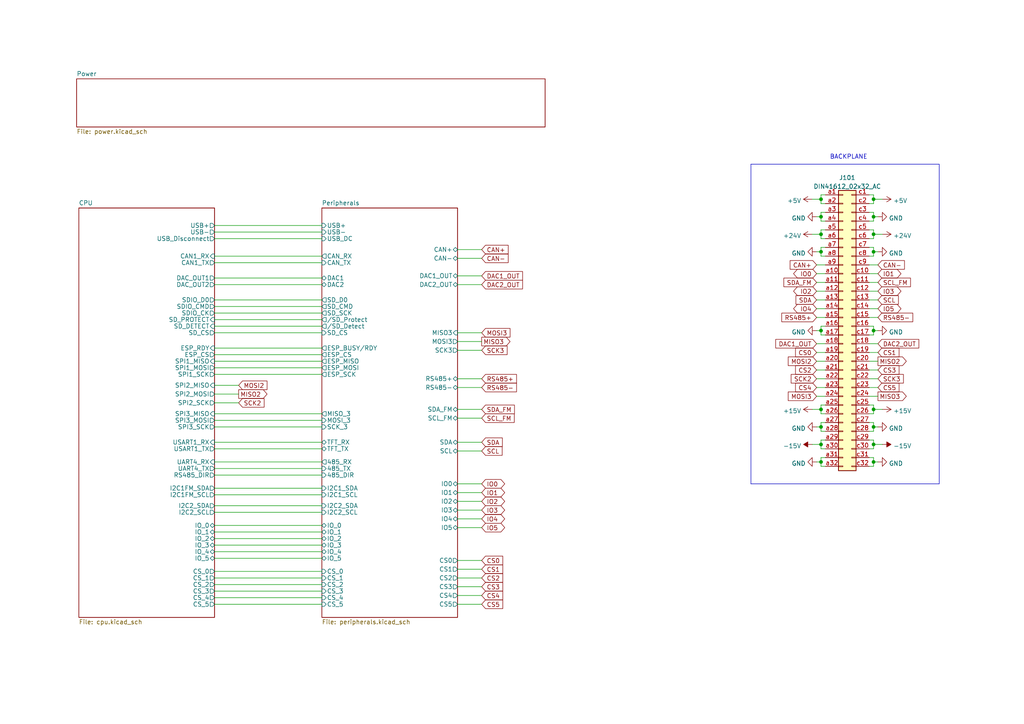
<source format=kicad_sch>
(kicad_sch (version 20230121) (generator eeschema)
  (paper "A4")
  (lib_symbols
    (symbol "Connector:DIN41612_02x32_AC" (pin_names (offset 1.016) hide)
      (property "Reference" "J" (at 1.27 40.64 0))
      (property "Value" "DIN41612_02x32_AC" (at 1.27 -43.18 0))
      (symbol "DIN41612_02x32_AC_1_1"
        (rectangle (start -1.27 -40.513) (end 0 -40.767) (stroke (width 0.1524)))
        (rectangle (start -1.27 -37.973) (end 0 -38.227) (stroke (width 0.1524)))
        (rectangle (start -1.27 -35.433) (end 0 -35.687) (stroke (width 0.1524)))
        (rectangle (start -1.27 -32.893) (end 0 -33.147) (stroke (width 0.1524)))
        (rectangle (start -1.27 -30.353) (end 0 -30.607) (stroke (width 0.1524)))
        (rectangle (start -1.27 -27.813) (end 0 -28.067) (stroke (width 0.1524)))
        (rectangle (start -1.27 -25.273) (end 0 -25.527) (stroke (width 0.1524)))
        (rectangle (start -1.27 -22.733) (end 0 -22.987) (stroke (width 0.1524)))
        (rectangle (start -1.27 -20.193) (end 0 -20.447) (stroke (width 0.1524)))
        (rectangle (start -1.27 -17.653) (end 0 -17.907) (stroke (width 0.1524)))
        (rectangle (start -1.27 -15.113) (end 0 -15.367) (stroke (width 0.1524)))
        (rectangle (start -1.27 -12.573) (end 0 -12.827) (stroke (width 0.1524)))
        (rectangle (start -1.27 -10.033) (end 0 -10.287) (stroke (width 0.1524)))
        (rectangle (start -1.27 -7.493) (end 0 -7.747) (stroke (width 0.1524)))
        (rectangle (start -1.27 -4.953) (end 0 -5.207) (stroke (width 0.1524)))
        (rectangle (start -1.27 -2.413) (end 0 -2.667) (stroke (width 0.1524)))
        (rectangle (start -1.27 0.127) (end 0 -0.127) (stroke (width 0.1524)))
        (rectangle (start -1.27 2.667) (end 0 2.413) (stroke (width 0.1524)))
        (rectangle (start -1.27 5.207) (end 0 4.953) (stroke (width 0.1524)))
        (rectangle (start -1.27 7.747) (end 0 7.493) (stroke (width 0.1524)))
        (rectangle (start -1.27 10.287) (end 0 10.033) (stroke (width 0.1524)))
        (rectangle (start -1.27 12.827) (end 0 12.573) (stroke (width 0.1524)))
        (rectangle (start -1.27 15.367) (end 0 15.113) (stroke (width 0.1524)))
        (rectangle (start -1.27 17.907) (end 0 17.653) (stroke (width 0.1524)))
        (rectangle (start -1.27 20.447) (end 0 20.193) (stroke (width 0.1524)))
        (rectangle (start -1.27 22.987) (end 0 22.733) (stroke (width 0.1524)))
        (rectangle (start -1.27 25.527) (end 0 25.273) (stroke (width 0.1524)))
        (rectangle (start -1.27 28.067) (end 0 27.813) (stroke (width 0.1524)))
        (rectangle (start -1.27 30.607) (end 0 30.353) (stroke (width 0.1524)))
        (rectangle (start -1.27 33.147) (end 0 32.893) (stroke (width 0.1524)))
        (rectangle (start -1.27 35.687) (end 0 35.433) (stroke (width 0.1524)))
        (rectangle (start -1.27 38.227) (end 0 37.973) (stroke (width 0.1524)))
        (rectangle (start -1.27 39.37) (end 3.81 -41.91) (stroke (width 0.254)) (fill (type background)))
        (rectangle (start 3.81 -40.513) (end 2.54 -40.767) (stroke (width 0.1524)))
        (rectangle (start 3.81 -37.973) (end 2.54 -38.227) (stroke (width 0.1524)))
        (rectangle (start 3.81 -35.433) (end 2.54 -35.687) (stroke (width 0.1524)))
        (rectangle (start 3.81 -32.893) (end 2.54 -33.147) (stroke (width 0.1524)))
        (rectangle (start 3.81 -30.353) (end 2.54 -30.607) (stroke (width 0.1524)))
        (rectangle (start 3.81 -27.813) (end 2.54 -28.067) (stroke (width 0.1524)))
        (rectangle (start 3.81 -25.273) (end 2.54 -25.527) (stroke (width 0.1524)))
        (rectangle (start 3.81 -22.733) (end 2.54 -22.987) (stroke (width 0.1524)))
        (rectangle (start 3.81 -20.193) (end 2.54 -20.447) (stroke (width 0.1524)))
        (rectangle (start 3.81 -17.653) (end 2.54 -17.907) (stroke (width 0.1524)))
        (rectangle (start 3.81 -15.113) (end 2.54 -15.367) (stroke (width 0.1524)))
        (rectangle (start 3.81 -12.573) (end 2.54 -12.827) (stroke (width 0.1524)))
        (rectangle (start 3.81 -10.033) (end 2.54 -10.287) (stroke (width 0.1524)))
        (rectangle (start 3.81 -7.493) (end 2.54 -7.747) (stroke (width 0.1524)))
        (rectangle (start 3.81 -4.953) (end 2.54 -5.207) (stroke (width 0.1524)))
        (rectangle (start 3.81 -2.413) (end 2.54 -2.667) (stroke (width 0.1524)))
        (rectangle (start 3.81 0.127) (end 2.54 -0.127) (stroke (width 0.1524)))
        (rectangle (start 3.81 2.667) (end 2.54 2.413) (stroke (width 0.1524)))
        (rectangle (start 3.81 5.207) (end 2.54 4.953) (stroke (width 0.1524)))
        (rectangle (start 3.81 7.747) (end 2.54 7.493) (stroke (width 0.1524)))
        (rectangle (start 3.81 10.287) (end 2.54 10.033) (stroke (width 0.1524)))
        (rectangle (start 3.81 12.827) (end 2.54 12.573) (stroke (width 0.1524)))
        (rectangle (start 3.81 15.367) (end 2.54 15.113) (stroke (width 0.1524)))
        (rectangle (start 3.81 17.907) (end 2.54 17.653) (stroke (width 0.1524)))
        (rectangle (start 3.81 20.447) (end 2.54 20.193) (stroke (width 0.1524)))
        (rectangle (start 3.81 22.987) (end 2.54 22.733) (stroke (width 0.1524)))
        (rectangle (start 3.81 25.527) (end 2.54 25.273) (stroke (width 0.1524)))
        (rectangle (start 3.81 28.067) (end 2.54 27.813) (stroke (width 0.1524)))
        (rectangle (start 3.81 30.607) (end 2.54 30.353) (stroke (width 0.1524)))
        (rectangle (start 3.81 33.147) (end 2.54 32.893) (stroke (width 0.1524)))
        (rectangle (start 3.81 35.687) (end 2.54 35.433) (stroke (width 0.1524)))
        (rectangle (start 3.81 38.227) (end 2.54 37.973) (stroke (width 0.1524)))
        (pin passive line (at -5.08 38.1 0) (length 3.81) (name "Pin_a1") (number "a1"))
        (pin passive line (at -5.08 15.24 0) (length 3.81) (name "Pin_a10") (number "a10"))
        (pin passive line (at -5.08 12.7 0) (length 3.81) (name "Pin_a11") (number "a11"))
        (pin passive line (at -5.08 10.16 0) (length 3.81) (name "Pin_a12") (number "a12"))
        (pin passive line (at -5.08 7.62 0) (length 3.81) (name "Pin_a13") (number "a13"))
        (pin passive line (at -5.08 5.08 0) (length 3.81) (name "Pin_a14") (number "a14"))
        (pin passive line (at -5.08 2.54 0) (length 3.81) (name "Pin_a15") (number "a15"))
        (pin passive line (at -5.08 0 0) (length 3.81) (name "Pin_a16") (number "a16"))
        (pin passive line (at -5.08 -2.54 0) (length 3.81) (name "Pin_a17") (number "a17"))
        (pin passive line (at -5.08 -5.08 0) (length 3.81) (name "Pin_a18") (number "a18"))
        (pin passive line (at -5.08 -7.62 0) (length 3.81) (name "Pin_a19") (number "a19"))
        (pin passive line (at -5.08 35.56 0) (length 3.81) (name "Pin_a2") (number "a2"))
        (pin passive line (at -5.08 -10.16 0) (length 3.81) (name "Pin_a20") (number "a20"))
        (pin passive line (at -5.08 -12.7 0) (length 3.81) (name "Pin_a21") (number "a21"))
        (pin passive line (at -5.08 -15.24 0) (length 3.81) (name "Pin_a22") (number "a22"))
        (pin passive line (at -5.08 -17.78 0) (length 3.81) (name "Pin_a23") (number "a23"))
        (pin passive line (at -5.08 -20.32 0) (length 3.81) (name "Pin_a24") (number "a24"))
        (pin passive line (at -5.08 -22.86 0) (length 3.81) (name "Pin_a25") (number "a25"))
        (pin passive line (at -5.08 -25.4 0) (length 3.81) (name "Pin_a26") (number "a26"))
        (pin passive line (at -5.08 -27.94 0) (length 3.81) (name "Pin_a27") (number "a27"))
        (pin passive line (at -5.08 -30.48 0) (length 3.81) (name "Pin_a28") (number "a28"))
        (pin passive line (at -5.08 -33.02 0) (length 3.81) (name "Pin_a29") (number "a29"))
        (pin passive line (at -5.08 33.02 0) (length 3.81) (name "Pin_a3") (number "a3"))
        (pin passive line (at -5.08 -35.56 0) (length 3.81) (name "Pin_a30") (number "a30"))
        (pin passive line (at -5.08 -38.1 0) (length 3.81) (name "Pin_a31") (number "a31"))
        (pin passive line (at -5.08 -40.64 0) (length 3.81) (name "Pin_a32") (number "a32"))
        (pin passive line (at -5.08 30.48 0) (length 3.81) (name "Pin_a4") (number "a4"))
        (pin passive line (at -5.08 27.94 0) (length 3.81) (name "Pin_a5") (number "a5"))
        (pin passive line (at -5.08 25.4 0) (length 3.81) (name "Pin_a6") (number "a6"))
        (pin passive line (at -5.08 22.86 0) (length 3.81) (name "Pin_a7") (number "a7"))
        (pin passive line (at -5.08 20.32 0) (length 3.81) (name "Pin_a8") (number "a8"))
        (pin passive line (at -5.08 17.78 0) (length 3.81) (name "Pin_a9") (number "a9"))
        (pin passive line (at 7.62 38.1 180) (length 3.81) (name "Pin_c1") (number "c1"))
        (pin passive line (at 7.62 15.24 180) (length 3.81) (name "Pin_c10") (number "c10"))
        (pin passive line (at 7.62 12.7 180) (length 3.81) (name "Pin_c11") (number "c11"))
        (pin passive line (at 7.62 10.16 180) (length 3.81) (name "Pin_c12") (number "c12"))
        (pin passive line (at 7.62 7.62 180) (length 3.81) (name "Pin_c13") (number "c13"))
        (pin passive line (at 7.62 5.08 180) (length 3.81) (name "Pin_c14") (number "c14"))
        (pin passive line (at 7.62 2.54 180) (length 3.81) (name "Pin_c15") (number "c15"))
        (pin passive line (at 7.62 0 180) (length 3.81) (name "Pin_c16") (number "c16"))
        (pin passive line (at 7.62 -2.54 180) (length 3.81) (name "Pin_c17") (number "c17"))
        (pin passive line (at 7.62 -5.08 180) (length 3.81) (name "Pin_c18") (number "c18"))
        (pin passive line (at 7.62 -7.62 180) (length 3.81) (name "Pin_c19") (number "c19"))
        (pin passive line (at 7.62 35.56 180) (length 3.81) (name "Pin_c2") (number "c2"))
        (pin passive line (at 7.62 -10.16 180) (length 3.81) (name "Pin_c20") (number "c20"))
        (pin passive line (at 7.62 -12.7 180) (length 3.81) (name "Pin_c21") (number "c21"))
        (pin passive line (at 7.62 -15.24 180) (length 3.81) (name "Pin_c22") (number "c22"))
        (pin passive line (at 7.62 -17.78 180) (length 3.81) (name "Pin_c23") (number "c23"))
        (pin passive line (at 7.62 -20.32 180) (length 3.81) (name "Pin_c24") (number "c24"))
        (pin passive line (at 7.62 -22.86 180) (length 3.81) (name "Pin_c25") (number "c25"))
        (pin passive line (at 7.62 -25.4 180) (length 3.81) (name "Pin_c26") (number "c26"))
        (pin passive line (at 7.62 -27.94 180) (length 3.81) (name "Pin_c27") (number "c27"))
        (pin passive line (at 7.62 -30.48 180) (length 3.81) (name "Pin_c28") (number "c28"))
        (pin passive line (at 7.62 -33.02 180) (length 3.81) (name "Pin_c29") (number "c29"))
        (pin passive line (at 7.62 33.02 180) (length 3.81) (name "Pin_c3") (number "c3"))
        (pin passive line (at 7.62 -35.56 180) (length 3.81) (name "Pin_c30") (number "c30"))
        (pin passive line (at 7.62 -38.1 180) (length 3.81) (name "Pin_c31") (number "c31"))
        (pin passive line (at 7.62 -40.64 180) (length 3.81) (name "Pin_c32") (number "c32"))
        (pin passive line (at 7.62 30.48 180) (length 3.81) (name "Pin_c4") (number "c4"))
        (pin passive line (at 7.62 27.94 180) (length 3.81) (name "Pin_c5") (number "c5"))
        (pin passive line (at 7.62 25.4 180) (length 3.81) (name "Pin_c6") (number "c6"))
        (pin passive line (at 7.62 22.86 180) (length 3.81) (name "Pin_c7") (number "c7"))
        (pin passive line (at 7.62 20.32 180) (length 3.81) (name "Pin_c8") (number "c8"))
        (pin passive line (at 7.62 17.78 180) (length 3.81) (name "Pin_c9") (number "c9"))
      )
    )
    (symbol "power:+15V" (power) (pin_names (offset 0))
      (property "Value" "+15V" (at 0 3.556 0))
      (symbol "+15V_0_1"
        (polyline (pts (xy -0.762 1.27) (xy 0 2.54)))
        (polyline (pts (xy 0 0) (xy 0 2.54)))
        (polyline (pts (xy 0 2.54) (xy 0.762 1.27)))
      )
      (symbol "+15V_1_1"
        (pin power_in line (at 0 0 90) (length 0) hide (name "+15V") (number "1"))
      )
    )
    (symbol "power:+24V" (power) (pin_names (offset 0))
      (property "Value" "+24V" (at 0 3.556 0))
      (symbol "+24V_0_1"
        (polyline (pts (xy -0.762 1.27) (xy 0 2.54)))
        (polyline (pts (xy 0 0) (xy 0 2.54)))
        (polyline (pts (xy 0 2.54) (xy 0.762 1.27)))
      )
      (symbol "+24V_1_1"
        (pin power_in line (at 0 0 90) (length 0) hide (name "+24V") (number "1"))
      )
    )
    (symbol "power:+5V" (power) (pin_names (offset 0))
      (property "Value" "+5V" (at 0 3.556 0))
      (symbol "+5V_0_1"
        (polyline (pts (xy -0.762 1.27) (xy 0 2.54)))
        (polyline (pts (xy 0 0) (xy 0 2.54)))
        (polyline (pts (xy 0 2.54) (xy 0.762 1.27)))
      )
      (symbol "+5V_1_1"
        (pin power_in line (at 0 0 90) (length 0) hide (name "+5V") (number "1"))
      )
    )
    (symbol "power:-15V" (power) (pin_names (offset 0))
      (property "Value" "-15V" (at 0 3.81 0))
      (symbol "-15V_0_0"
        (pin power_in line (at 0 0 90) (length 0) hide (name "-15V") (number "1"))
      )
      (symbol "-15V_0_1"
        (polyline (pts (xy 0 0) (xy 0 1.27) (xy 0.762 1.27) (xy 0 2.54) (xy -0.762 1.27) (xy 0 1.27)) (fill (type outline)))
      )
    )
    (symbol "power:GND" (power) (pin_names (offset 0))
      (property "Value" "GND" (at 0 -3.81 0))
      (symbol "GND_0_1"
        (polyline (pts (xy 0 0) (xy 0 -1.27) (xy 1.27 -1.27) (xy 0 -2.54) (xy -1.27 -1.27) (xy 0 -1.27)))
      )
      (symbol "GND_1_1"
        (pin power_in line (at 0 0 270) (length 0) hide (name "GND") (number "1"))
      )
    )
  )
  (junction (at 238.125 118.745))
  (junction (at 238.125 57.785))
  (junction (at 253.365 118.745))
  (junction (at 238.125 95.885))
  (junction (at 253.365 57.785))
  (junction (at 253.365 67.945))
  (junction (at 253.365 95.885))
  (junction (at 253.365 133.985))
  (junction (at 253.365 128.905))
  (junction (at 253.365 62.865))
  (junction (at 238.125 62.865))
  (junction (at 253.365 123.825))
  (junction (at 253.365 73.025))
  (junction (at 238.125 133.985))
  (junction (at 238.125 123.825))
  (junction (at 238.125 128.905))
  (junction (at 238.125 67.945))
  (junction (at 238.125 73.025))
  (wire (pts (xy 236.855 62.865) (xy 238.125 62.865)))
  (wire (pts (xy 235.585 67.945) (xy 238.125 67.945)))
  (wire (pts (xy 238.125 95.885) (xy 238.125 94.615)))
  (wire (pts (xy 132.715 175.26) (xy 139.7 175.26)))
  (wire (pts (xy 239.395 120.015) (xy 238.125 120.015)))
  (wire (pts (xy 238.125 132.715) (xy 239.395 132.715)))
  (wire (pts (xy 62.23 165.735) (xy 93.345 165.735)))
  (wire (pts (xy 253.365 128.905) (xy 255.905 128.905)))
  (wire (pts (xy 132.715 101.6) (xy 139.7 101.6)))
  (wire (pts (xy 252.095 112.395) (xy 254.635 112.395)))
  (wire (pts (xy 236.855 86.995) (xy 239.395 86.995)))
  (wire (pts (xy 62.23 148.59) (xy 93.345 148.59)))
  (wire (pts (xy 252.095 102.235) (xy 254.635 102.235)))
  (wire (pts (xy 253.365 127.635) (xy 253.365 128.905)))
  (wire (pts (xy 238.125 94.615) (xy 239.395 94.615)))
  (wire (pts (xy 62.23 92.71) (xy 93.345 92.71)))
  (wire (pts (xy 62.23 120.015) (xy 93.345 120.015)))
  (wire (pts (xy 236.855 81.915) (xy 239.395 81.915)))
  (wire (pts (xy 132.715 150.495) (xy 139.7 150.495)))
  (wire (pts (xy 132.715 130.81) (xy 139.7 130.81)))
  (wire (pts (xy 238.125 130.175) (xy 239.395 130.175)))
  (wire (pts (xy 62.23 158.115) (xy 93.345 158.115)))
  (wire (pts (xy 239.395 97.155) (xy 238.125 97.155)))
  (wire (pts (xy 62.23 65.405) (xy 93.345 65.405)))
  (wire (pts (xy 132.715 147.955) (xy 139.7 147.955)))
  (wire (pts (xy 239.395 127.635) (xy 238.125 127.635)))
  (wire (pts (xy 253.365 64.135) (xy 252.095 64.135)))
  (wire (pts (xy 238.125 57.785) (xy 238.125 59.055)))
  (wire (pts (xy 132.715 96.52) (xy 139.7 96.52)))
  (wire (pts (xy 239.395 135.255) (xy 238.125 135.255)))
  (wire (pts (xy 253.365 57.785) (xy 255.905 57.785)))
  (wire (pts (xy 239.395 64.135) (xy 238.125 64.135)))
  (wire (pts (xy 132.715 172.72) (xy 139.7 172.72)))
  (polyline (pts (xy 217.805 140.335) (xy 272.415 140.335)))
  (wire (pts (xy 236.855 92.075) (xy 239.395 92.075)))
  (wire (pts (xy 253.365 118.745) (xy 255.905 118.745)))
  (wire (pts (xy 238.125 67.945) (xy 238.125 69.215)))
  (wire (pts (xy 253.365 61.595) (xy 253.365 62.865)))
  (wire (pts (xy 253.365 71.755) (xy 253.365 73.025)))
  (wire (pts (xy 62.23 152.4) (xy 93.345 152.4)))
  (wire (pts (xy 252.095 69.215) (xy 253.365 69.215)))
  (wire (pts (xy 62.23 123.825) (xy 93.345 123.825)))
  (wire (pts (xy 235.585 128.905) (xy 238.125 128.905)))
  (wire (pts (xy 132.715 162.56) (xy 139.7 162.56)))
  (wire (pts (xy 132.715 80.01) (xy 139.7 80.01)))
  (wire (pts (xy 238.125 62.865) (xy 238.125 61.595)))
  (wire (pts (xy 236.855 73.025) (xy 238.125 73.025)))
  (wire (pts (xy 252.095 120.015) (xy 253.365 120.015)))
  (wire (pts (xy 253.365 117.475) (xy 253.365 118.745)))
  (wire (pts (xy 252.095 92.075) (xy 254.635 92.075)))
  (wire (pts (xy 236.855 107.315) (xy 239.395 107.315)))
  (polyline (pts (xy 217.805 47.625) (xy 217.805 140.335)))
  (wire (pts (xy 62.23 167.64) (xy 93.345 167.64)))
  (wire (pts (xy 62.23 146.685) (xy 93.345 146.685)))
  (wire (pts (xy 239.395 56.515) (xy 238.125 56.515)))
  (wire (pts (xy 62.23 67.31) (xy 93.345 67.31)))
  (wire (pts (xy 253.365 59.055) (xy 253.365 57.785)))
  (wire (pts (xy 238.125 64.135) (xy 238.125 62.865)))
  (wire (pts (xy 252.095 81.915) (xy 254.635 81.915)))
  (wire (pts (xy 252.095 84.455) (xy 254.635 84.455)))
  (wire (pts (xy 235.585 57.785) (xy 238.125 57.785)))
  (wire (pts (xy 253.365 62.865) (xy 254.635 62.865)))
  (wire (pts (xy 238.125 97.155) (xy 238.125 95.885)))
  (wire (pts (xy 252.095 109.855) (xy 254.635 109.855)))
  (wire (pts (xy 62.23 160.02) (xy 93.345 160.02)))
  (wire (pts (xy 132.715 99.06) (xy 139.7 99.06)))
  (wire (pts (xy 236.855 95.885) (xy 238.125 95.885)))
  (wire (pts (xy 238.125 117.475) (xy 238.125 118.745)))
  (wire (pts (xy 236.855 79.375) (xy 239.395 79.375)))
  (wire (pts (xy 253.365 123.825) (xy 254.635 123.825)))
  (wire (pts (xy 253.365 123.825) (xy 253.365 125.095)))
  (wire (pts (xy 252.095 79.375) (xy 254.635 79.375)))
  (wire (pts (xy 62.23 137.795) (xy 93.345 137.795)))
  (wire (pts (xy 252.095 130.175) (xy 253.365 130.175)))
  (wire (pts (xy 238.125 73.025) (xy 238.125 71.755)))
  (wire (pts (xy 62.23 141.605) (xy 93.345 141.605)))
  (wire (pts (xy 253.365 135.255) (xy 252.095 135.255)))
  (wire (pts (xy 62.23 133.985) (xy 93.345 133.985)))
  (wire (pts (xy 62.23 171.45) (xy 93.345 171.45)))
  (wire (pts (xy 253.365 73.025) (xy 253.365 74.295)))
  (wire (pts (xy 253.365 66.675) (xy 253.365 67.945)))
  (wire (pts (xy 253.365 94.615) (xy 252.095 94.615)))
  (wire (pts (xy 62.23 154.305) (xy 93.345 154.305)))
  (wire (pts (xy 253.365 133.985) (xy 254.635 133.985)))
  (wire (pts (xy 235.585 118.745) (xy 238.125 118.745)))
  (wire (pts (xy 253.365 67.945) (xy 255.905 67.945)))
  (wire (pts (xy 238.125 125.095) (xy 238.125 123.825)))
  (wire (pts (xy 62.23 88.9) (xy 93.345 88.9)))
  (wire (pts (xy 62.23 80.645) (xy 93.345 80.645)))
  (wire (pts (xy 62.23 161.925) (xy 93.345 161.925)))
  (wire (pts (xy 236.855 112.395) (xy 239.395 112.395)))
  (wire (pts (xy 252.095 61.595) (xy 253.365 61.595)))
  (wire (pts (xy 236.855 123.825) (xy 238.125 123.825)))
  (wire (pts (xy 62.23 74.295) (xy 93.345 74.295)))
  (wire (pts (xy 132.715 72.39) (xy 139.7 72.39)))
  (wire (pts (xy 252.095 117.475) (xy 253.365 117.475)))
  (wire (pts (xy 253.365 95.885) (xy 253.365 94.615)))
  (wire (pts (xy 252.095 59.055) (xy 253.365 59.055)))
  (wire (pts (xy 62.23 106.68) (xy 93.345 106.68)))
  (wire (pts (xy 62.23 82.55) (xy 93.345 82.55)))
  (polyline (pts (xy 272.415 140.335) (xy 272.415 47.625)))
  (wire (pts (xy 132.715 140.335) (xy 139.7 140.335)))
  (wire (pts (xy 132.715 128.27) (xy 139.7 128.27)))
  (wire (pts (xy 132.715 142.875) (xy 139.7 142.875)))
  (wire (pts (xy 132.715 145.415) (xy 139.7 145.415)))
  (wire (pts (xy 62.23 128.27) (xy 93.345 128.27)))
  (wire (pts (xy 253.365 95.885) (xy 254.635 95.885)))
  (wire (pts (xy 238.125 133.985) (xy 238.125 132.715)))
  (wire (pts (xy 252.095 114.935) (xy 254.635 114.935)))
  (wire (pts (xy 253.365 133.985) (xy 253.365 135.255)))
  (wire (pts (xy 238.125 71.755) (xy 239.395 71.755)))
  (wire (pts (xy 252.095 76.835) (xy 254.635 76.835)))
  (wire (pts (xy 238.125 135.255) (xy 238.125 133.985)))
  (wire (pts (xy 62.23 156.21) (xy 93.345 156.21)))
  (wire (pts (xy 238.125 118.745) (xy 238.125 120.015)))
  (wire (pts (xy 62.23 100.965) (xy 93.345 100.965)))
  (wire (pts (xy 252.095 66.675) (xy 253.365 66.675)))
  (wire (pts (xy 238.125 69.215) (xy 239.395 69.215)))
  (wire (pts (xy 236.855 109.855) (xy 239.395 109.855)))
  (wire (pts (xy 239.395 74.295) (xy 238.125 74.295)))
  (wire (pts (xy 62.23 104.775) (xy 93.345 104.775)))
  (wire (pts (xy 236.855 133.985) (xy 238.125 133.985)))
  (wire (pts (xy 238.125 123.825) (xy 238.125 122.555)))
  (wire (pts (xy 132.715 82.55) (xy 139.7 82.55)))
  (wire (pts (xy 253.365 128.905) (xy 253.365 130.175)))
  (wire (pts (xy 238.125 122.555) (xy 239.395 122.555)))
  (wire (pts (xy 132.715 121.285) (xy 139.7 121.285)))
  (wire (pts (xy 132.715 118.745) (xy 139.7 118.745)))
  (wire (pts (xy 238.125 59.055) (xy 239.395 59.055)))
  (wire (pts (xy 62.23 175.26) (xy 93.345 175.26)))
  (wire (pts (xy 62.23 116.84) (xy 69.215 116.84)))
  (wire (pts (xy 236.855 89.535) (xy 239.395 89.535)))
  (wire (pts (xy 62.23 173.355) (xy 93.345 173.355)))
  (wire (pts (xy 252.095 97.155) (xy 253.365 97.155)))
  (wire (pts (xy 132.715 74.93) (xy 139.7 74.93)))
  (wire (pts (xy 252.095 89.535) (xy 254.635 89.535)))
  (wire (pts (xy 253.365 97.155) (xy 253.365 95.885)))
  (wire (pts (xy 62.23 86.995) (xy 93.345 86.995)))
  (wire (pts (xy 132.715 165.1) (xy 139.7 165.1)))
  (wire (pts (xy 238.125 128.905) (xy 238.125 130.175)))
  (wire (pts (xy 252.095 56.515) (xy 253.365 56.515)))
  (wire (pts (xy 252.095 127.635) (xy 253.365 127.635)))
  (wire (pts (xy 236.855 76.835) (xy 239.395 76.835)))
  (wire (pts (xy 132.715 167.64) (xy 139.7 167.64)))
  (wire (pts (xy 238.125 74.295) (xy 238.125 73.025)))
  (wire (pts (xy 239.395 66.675) (xy 238.125 66.675)))
  (wire (pts (xy 62.23 169.545) (xy 93.345 169.545)))
  (wire (pts (xy 62.23 114.3) (xy 69.215 114.3)))
  (wire (pts (xy 253.365 125.095) (xy 252.095 125.095)))
  (polyline (pts (xy 217.805 47.625) (xy 272.415 47.625)))
  (wire (pts (xy 253.365 73.025) (xy 254.635 73.025)))
  (wire (pts (xy 239.395 117.475) (xy 238.125 117.475)))
  (wire (pts (xy 62.23 130.175) (xy 93.345 130.175)))
  (wire (pts (xy 238.125 61.595) (xy 239.395 61.595)))
  (wire (pts (xy 236.855 84.455) (xy 239.395 84.455)))
  (wire (pts (xy 62.23 111.76) (xy 69.215 111.76)))
  (wire (pts (xy 238.125 66.675) (xy 238.125 67.945)))
  (wire (pts (xy 62.23 135.89) (xy 93.345 135.89)))
  (wire (pts (xy 132.715 153.035) (xy 139.7 153.035)))
  (wire (pts (xy 252.095 132.715) (xy 253.365 132.715)))
  (wire (pts (xy 252.095 99.695) (xy 254.635 99.695)))
  (wire (pts (xy 62.23 108.585) (xy 93.345 108.585)))
  (wire (pts (xy 252.095 104.775) (xy 254.635 104.775)))
  (wire (pts (xy 62.23 69.215) (xy 93.345 69.215)))
  (wire (pts (xy 252.095 71.755) (xy 253.365 71.755)))
  (wire (pts (xy 236.855 102.235) (xy 239.395 102.235)))
  (wire (pts (xy 62.23 76.2) (xy 93.345 76.2)))
  (wire (pts (xy 236.855 104.775) (xy 239.395 104.775)))
  (wire (pts (xy 132.715 112.395) (xy 139.7 112.395)))
  (wire (pts (xy 253.365 74.295) (xy 252.095 74.295)))
  (wire (pts (xy 252.095 86.995) (xy 254.635 86.995)))
  (wire (pts (xy 252.095 122.555) (xy 253.365 122.555)))
  (wire (pts (xy 253.365 67.945) (xy 253.365 69.215)))
  (wire (pts (xy 238.125 127.635) (xy 238.125 128.905)))
  (wire (pts (xy 62.23 90.805) (xy 93.345 90.805)))
  (wire (pts (xy 62.23 102.87) (xy 93.345 102.87)))
  (wire (pts (xy 253.365 118.745) (xy 253.365 120.015)))
  (wire (pts (xy 253.365 132.715) (xy 253.365 133.985)))
  (wire (pts (xy 253.365 57.785) (xy 253.365 56.515)))
  (wire (pts (xy 132.715 170.18) (xy 139.7 170.18)))
  (wire (pts (xy 62.23 94.615) (xy 93.345 94.615)))
  (wire (pts (xy 132.715 109.855) (xy 139.7 109.855)))
  (wire (pts (xy 253.365 122.555) (xy 253.365 123.825)))
  (wire (pts (xy 62.23 96.52) (xy 93.345 96.52)))
  (wire (pts (xy 62.23 121.92) (xy 93.345 121.92)))
  (wire (pts (xy 238.125 56.515) (xy 238.125 57.785)))
  (wire (pts (xy 239.395 125.095) (xy 238.125 125.095)))
  (wire (pts (xy 236.855 114.935) (xy 239.395 114.935)))
  (wire (pts (xy 253.365 62.865) (xy 253.365 64.135)))
  (wire (pts (xy 252.095 107.315) (xy 254.635 107.315)))
  (wire (pts (xy 236.855 99.695) (xy 239.395 99.695)))
  (wire (pts (xy 62.23 143.51) (xy 93.345 143.51)))
  (text "BACKPLANE" (at 240.665 46.355 0) (effects (font (size 1.27 1.27)) (justify left bottom)))
  (global_label "CS5" (shape input) (at 139.7 175.26 0) (property "Intersheetrefs" "${INTERSHEET_REFS}" (effects hide)))
  (global_label "IO5" (shape bidirectional) (at 139.7 153.035 0) (property "Intersheetrefs" "${INTERSHEET_REFS}" (effects hide)))
  (global_label "MOSI2" (shape input) (at 69.215 111.76 0) (property "Intersheetrefs" "${INTERSHEET_REFS}" (effects hide)))
  (global_label "MISO3" (shape output) (at 139.7 99.06 0) (property "Intersheetrefs" "${INTERSHEET_REFS}" (effects hide)))
  (global_label "CAN+" (shape input) (at 236.855 76.835 180) (property "Intersheetrefs" "${INTERSHEET_REFS}" (effects hide)))
  (global_label "CAN-" (shape input) (at 139.7 74.93 0) (property "Intersheetrefs" "${INTERSHEET_REFS}" (effects hide)))
  (global_label "RS485+" (shape input) (at 139.7 109.855 0) (property "Intersheetrefs" "${INTERSHEET_REFS}" (effects hide)))
  (global_label "RS485-" (shape input) (at 254.635 92.075 0) (property "Intersheetrefs" "${INTERSHEET_REFS}" (effects hide)))
  (global_label "SDA_FM" (shape input) (at 236.855 81.915 180) (property "Intersheetrefs" "${INTERSHEET_REFS}" (effects hide)))
  (global_label "CS1" (shape input) (at 254.635 102.235 0) (property "Intersheetrefs" "${INTERSHEET_REFS}" (effects hide)))
  (global_label "SCL_FM" (shape input) (at 254.635 81.915 0) (property "Intersheetrefs" "${INTERSHEET_REFS}" (effects hide)))
  (global_label "IO1" (shape bidirectional) (at 139.7 142.875 0) (property "Intersheetrefs" "${INTERSHEET_REFS}" (effects hide)))
  (global_label "RS485+" (shape input) (at 236.855 92.075 180) (property "Intersheetrefs" "${INTERSHEET_REFS}" (effects hide)))
  (global_label "MOSI2" (shape input) (at 236.855 104.775 180) (property "Intersheetrefs" "${INTERSHEET_REFS}" (effects hide)))
  (global_label "CS4" (shape input) (at 139.7 172.72 0) (property "Intersheetrefs" "${INTERSHEET_REFS}" (effects hide)))
  (global_label "CS3" (shape input) (at 254.635 107.315 0) (property "Intersheetrefs" "${INTERSHEET_REFS}" (effects hide)))
  (global_label "IO2" (shape bidirectional) (at 139.7 145.415 0) (property "Intersheetrefs" "${INTERSHEET_REFS}" (effects hide)))
  (global_label "SCL_FM" (shape input) (at 139.7 121.285 0) (property "Intersheetrefs" "${INTERSHEET_REFS}" (effects hide)))
  (global_label "CS4" (shape input) (at 236.855 112.395 180) (property "Intersheetrefs" "${INTERSHEET_REFS}" (effects hide)))
  (global_label "IO3" (shape bidirectional) (at 139.7 147.955 0) (property "Intersheetrefs" "${INTERSHEET_REFS}" (effects hide)))
  (global_label "MISO3" (shape output) (at 254.635 114.935 0) (property "Intersheetrefs" "${INTERSHEET_REFS}" (effects hide)))
  (global_label "IO1" (shape bidirectional) (at 254.635 79.375 0) (property "Intersheetrefs" "${INTERSHEET_REFS}" (effects hide)))
  (global_label "SCK2" (shape input) (at 236.855 109.855 180) (property "Intersheetrefs" "${INTERSHEET_REFS}" (effects hide)))
  (global_label "DAC2_OUT" (shape input) (at 139.7 82.55 0) (property "Intersheetrefs" "${INTERSHEET_REFS}" (effects hide)))
  (global_label "MISO2" (shape output) (at 254.635 104.775 0) (property "Intersheetrefs" "${INTERSHEET_REFS}" (effects hide)))
  (global_label "SCK3" (shape input) (at 139.7 101.6 0) (property "Intersheetrefs" "${INTERSHEET_REFS}" (effects hide)))
  (global_label "CAN+" (shape input) (at 139.7 72.39 0) (property "Intersheetrefs" "${INTERSHEET_REFS}" (effects hide)))
  (global_label "SCK2" (shape input) (at 69.215 116.84 0) (property "Intersheetrefs" "${INTERSHEET_REFS}" (effects hide)))
  (global_label "MISO2" (shape output) (at 69.215 114.3 0) (property "Intersheetrefs" "${INTERSHEET_REFS}" (effects hide)))
  (global_label "SCL" (shape input) (at 139.7 130.81 0) (property "Intersheetrefs" "${INTERSHEET_REFS}" (effects hide)))
  (global_label "DAC1_OUT" (shape input) (at 236.855 99.695 180) (property "Intersheetrefs" "${INTERSHEET_REFS}" (effects hide)))
  (global_label "CS0" (shape input) (at 236.855 102.235 180) (property "Intersheetrefs" "${INTERSHEET_REFS}" (effects hide)))
  (global_label "CAN-" (shape input) (at 254.635 76.835 0) (property "Intersheetrefs" "${INTERSHEET_REFS}" (effects hide)))
  (global_label "SCL" (shape input) (at 254.635 86.995 0) (property "Intersheetrefs" "${INTERSHEET_REFS}" (effects hide)))
  (global_label "MOSI3" (shape input) (at 236.855 114.935 180) (property "Intersheetrefs" "${INTERSHEET_REFS}" (effects hide)))
  (global_label "SCK3" (shape input) (at 254.635 109.855 0) (property "Intersheetrefs" "${INTERSHEET_REFS}" (effects hide)))
  (global_label "CS3" (shape input) (at 139.7 170.18 0) (property "Intersheetrefs" "${INTERSHEET_REFS}" (effects hide)))
  (global_label "IO4" (shape bidirectional) (at 139.7 150.495 0) (property "Intersheetrefs" "${INTERSHEET_REFS}" (effects hide)))
  (global_label "DAC1_OUT" (shape input) (at 139.7 80.01 0) (property "Intersheetrefs" "${INTERSHEET_REFS}" (effects hide)))
  (global_label "IO0" (shape bidirectional) (at 236.855 79.375 180) (property "Intersheetrefs" "${INTERSHEET_REFS}" (effects hide)))
  (global_label "SDA" (shape input) (at 139.7 128.27 0) (property "Intersheetrefs" "${INTERSHEET_REFS}" (effects hide)))
  (global_label "IO4" (shape bidirectional) (at 236.855 89.535 180) (property "Intersheetrefs" "${INTERSHEET_REFS}" (effects hide)))
  (global_label "CS0" (shape input) (at 139.7 162.56 0) (property "Intersheetrefs" "${INTERSHEET_REFS}" (effects hide)))
  (global_label "DAC2_OUT" (shape input) (at 254.635 99.695 0) (property "Intersheetrefs" "${INTERSHEET_REFS}" (effects hide)))
  (global_label "IO2" (shape bidirectional) (at 236.855 84.455 180) (property "Intersheetrefs" "${INTERSHEET_REFS}" (effects hide)))
  (global_label "CS5" (shape input) (at 254.635 112.395 0) (property "Intersheetrefs" "${INTERSHEET_REFS}" (effects hide)))
  (global_label "SDA_FM" (shape input) (at 139.7 118.745 0) (property "Intersheetrefs" "${INTERSHEET_REFS}" (effects hide)))
  (global_label "IO0" (shape bidirectional) (at 139.7 140.335 0) (property "Intersheetrefs" "${INTERSHEET_REFS}" (effects hide)))
  (global_label "IO3" (shape bidirectional) (at 254.635 84.455 0) (property "Intersheetrefs" "${INTERSHEET_REFS}" (effects hide)))
  (global_label "CS2" (shape input) (at 139.7 167.64 0) (property "Intersheetrefs" "${INTERSHEET_REFS}" (effects hide)))
  (global_label "MOSI3" (shape input) (at 139.7 96.52 0) (property "Intersheetrefs" "${INTERSHEET_REFS}" (effects hide)))
  (global_label "CS1" (shape input) (at 139.7 165.1 0) (property "Intersheetrefs" "${INTERSHEET_REFS}" (effects hide)))
  (global_label "SDA" (shape input) (at 236.855 86.995 180) (property "Intersheetrefs" "${INTERSHEET_REFS}" (effects hide)))
  (global_label "IO5" (shape bidirectional) (at 254.635 89.535 0) (property "Intersheetrefs" "${INTERSHEET_REFS}" (effects hide)))
  (global_label "RS485-" (shape input) (at 139.7 112.395 0) (property "Intersheetrefs" "${INTERSHEET_REFS}" (effects hide)))
  (global_label "CS2" (shape input) (at 236.855 107.315 180) (property "Intersheetrefs" "${INTERSHEET_REFS}" (effects hide)))
  (symbol (lib_id "power:GND") (at 254.635 73.025 90) (unit 1)
    (property "Reference" "#PWR0108" (effects hide))
    (property "Value" "GND" (at 257.81 73.4588 90) (effects (justify right)))
  )
  (symbol (lib_id "power:+15V") (at 235.585 118.745 90) (unit 1)
    (property "Reference" "#PWR0111" (effects hide))
    (property "Value" "+15V" (at 232.41 119.1788 90) (effects (justify left)))
  )
  (symbol (lib_id "power:+24V") (at 255.905 67.945 270) (unit 1)
    (property "Reference" "#PWR0106" (effects hide))
    (property "Value" "+24V" (at 259.08 68.3788 90) (effects (justify left)))
  )
  (symbol (lib_id "power:+5V") (at 235.585 57.785 90) (unit 1)
    (property "Reference" "#PWR0101" (effects hide))
    (property "Value" "+5V" (at 232.4101 58.2188 90) (effects (justify left)))
  )
  (symbol (lib_id "power:GND") (at 236.855 95.885 270) (unit 1)
    (property "Reference" "#PWR0109" (effects hide))
    (property "Value" "GND" (at 233.6801 96.3188 90) (effects (justify right)))
  )
  (symbol (lib_id "power:-15V") (at 235.585 128.905 90) (unit 1)
    (property "Reference" "#PWR0115" (effects hide))
    (property "Value" "-15V" (at 232.41 129.3388 90) (effects (justify left)))
  )
  (symbol (lib_id "power:GND") (at 254.635 123.825 90) (unit 1)
    (property "Reference" "#PWR0114" (effects hide))
    (property "Value" "GND" (at 257.81 124.2588 90) (effects (justify right)))
  )
  (symbol (lib_id "power:+15V") (at 255.905 118.745 270) (unit 1)
    (property "Reference" "#PWR0112" (effects hide))
    (property "Value" "+15V" (at 259.08 119.1788 90) (effects (justify left)))
  )
  (symbol (lib_id "power:GND") (at 236.855 133.985 270) (unit 1)
    (property "Reference" "#PWR0117" (effects hide))
    (property "Value" "GND" (at 233.6801 134.4188 90) (effects (justify right)))
  )
  (symbol (lib_id "power:+5V") (at 255.905 57.785 270) (unit 1)
    (property "Reference" "#PWR0102" (effects hide))
    (property "Value" "+5V" (at 259.08 58.2188 90) (effects (justify left)))
  )
  (symbol (lib_id "power:-15V") (at 255.905 128.905 270) (unit 1)
    (property "Reference" "#PWR0116" (effects hide))
    (property "Value" "-15V" (at 259.08 129.3388 90) (effects (justify left)))
  )
  (symbol (lib_id "Connector:DIN41612_02x32_AC") (at 244.475 94.615 0) (unit 1)
    (property "Reference" "J101" (at 245.745 51.5452 0))
    (property "Value" "DIN41612_02x32_AC" (at 245.745 54.0821 0))
    (property "Footprint" "Eigene:VG64_Euro" (effects hide))
  )
  (symbol (lib_id "power:GND") (at 254.635 95.885 90) (unit 1)
    (property "Reference" "#PWR0110" (effects hide))
    (property "Value" "GND" (at 257.81 96.3188 90) (effects (justify right)))
  )
  (symbol (lib_id "power:GND") (at 236.855 73.025 270) (unit 1)
    (property "Reference" "#PWR0107" (effects hide))
    (property "Value" "GND" (at 233.6801 73.4588 90) (effects (justify right)))
  )
  (symbol (lib_id "power:GND") (at 254.635 133.985 90) (unit 1)
    (property "Reference" "#PWR0118" (effects hide))
    (property "Value" "GND" (at 257.81 134.4188 90) (effects (justify right)))
  )
  (symbol (lib_id "power:GND") (at 254.635 62.865 90) (unit 1)
    (property "Reference" "#PWR0104" (effects hide))
    (property "Value" "GND" (at 257.81 63.2988 90) (effects (justify right)))
  )
  (symbol (lib_id "power:GND") (at 236.855 62.865 270) (unit 1)
    (property "Reference" "#PWR0103" (effects hide))
    (property "Value" "GND" (at 233.6801 63.2988 90) (effects (justify right)))
  )
  (symbol (lib_id "power:GND") (at 236.855 123.825 270) (unit 1)
    (property "Reference" "#PWR0113" (effects hide))
    (property "Value" "GND" (at 233.6801 124.2588 90) (effects (justify right)))
  )
  (symbol (lib_id "power:+24V") (at 235.585 67.945 90) (unit 1)
    (property "Reference" "#PWR0105" (effects hide))
    (property "Value" "+24V" (at 232.41 68.3788 90) (effects (justify left)))
  )
  (sheet (at 93.345 60.325) (size 39.37 118.745) (stroke (width 0.1524))
    (property "Sheetname" "Peripherals" (at 93.345 59.6134 0) (effects (justify left bottom)))
    (property "Sheetfile" "peripherals.kicad_sch" (at 93.345 179.6546 0) (effects (justify left top)))
    (pin "ESP_SCK" output (at 93.345 108.585 180))
    (pin "ESP_MISO" output (at 93.345 104.775 180))
    (pin "ESP_MOSI" output (at 93.345 106.68 180))
    (pin "ESP_BUSY{slash}RDY" output (at 93.345 100.965 180))
    (pin "ESP_CS" output (at 93.345 102.87 180))
    (pin "SD_D0" output (at 93.345 86.995 180))
    (pin "CAN_RX" output (at 93.345 74.295 180))
    (pin "CAN-" bidirectional (at 132.715 74.93 0))
    (pin "CAN+" bidirectional (at 132.715 72.39 0))
    (pin "CAN_TX" input (at 93.345 76.2 180))
    (pin "IO3" bidirectional (at 132.715 147.955 0))
    (pin "IO0" bidirectional (at 132.715 140.335 0))
    (pin "IO_4" bidirectional (at 93.345 160.02 180))
    (pin "IO4" bidirectional (at 132.715 150.495 0))
    (pin "CS0" output (at 132.715 162.56 0))
    (pin "CS_1" input (at 93.345 167.64 180))
    (pin "IO_1" bidirectional (at 93.345 154.305 180))
    (pin "CS_4" input (at 93.345 173.355 180))
    (pin "IO2" bidirectional (at 132.715 145.415 0))
    (pin "IO_2" bidirectional (at 93.345 156.21 180))
    (pin "IO5" bidirectional (at 132.715 153.035 0))
    (pin "IO_5" bidirectional (at 93.345 161.925 180))
    (pin "CS_3" input (at 93.345 171.45 180))
    (pin "IO_3" bidirectional (at 93.345 158.115 180))
    (pin "IO_0" bidirectional (at 93.345 152.4 180))
    (pin "CS_5" input (at 93.345 175.26 180))
    (pin "CS1" output (at 132.715 165.1 0))
    (pin "CS2" output (at 132.715 167.64 0))
    (pin "CS_2" input (at 93.345 169.545 180))
    (pin "DAC2" bidirectional (at 93.345 82.55 180))
    (pin "DAC1" bidirectional (at 93.345 80.645 180))
    (pin "DAC1_OUT" bidirectional (at 132.715 80.01 0))
    (pin "SDA_FM" bidirectional (at 132.715 118.745 0))
    (pin "I2C1_SDA" input (at 93.345 141.605 180))
    (pin "{slash}SD_Protect" output (at 93.345 92.71 180))
    (pin "{slash}SD_Detect" output (at 93.345 94.615 180))
    (pin "SD_CS" input (at 93.345 96.52 180))
    (pin "I2C2_SDA" input (at 93.345 146.685 180))
    (pin "DAC2_OUT" bidirectional (at 132.715 82.55 0))
    (pin "I2C2_SCL" input (at 93.345 148.59 180))
    (pin "SDA" bidirectional (at 132.715 128.27 0))
    (pin "SCL" bidirectional (at 132.715 130.81 0))
    (pin "SCL_FM" bidirectional (at 132.715 121.285 0))
    (pin "I2C1_SCL" input (at 93.345 143.51 180))
    (pin "SD_CMD" output (at 93.345 88.9 180))
    (pin "SD_SCK" output (at 93.345 90.805 180))
    (pin "485_DIR" input (at 93.345 137.795 180))
    (pin "485_TX" input (at 93.345 135.89 180))
    (pin "485_RX" output (at 93.345 133.985 180))
    (pin "RS485-" bidirectional (at 132.715 112.395 0))
    (pin "RS485+" bidirectional (at 132.715 109.855 0))
    (pin "USB_DC" input (at 93.345 69.215 180))
    (pin "USB-" input (at 93.345 67.31 180))
    (pin "USB+" input (at 93.345 65.405 180))
    (pin "IO1" bidirectional (at 132.715 142.875 0))
    (pin "CS5" output (at 132.715 175.26 0))
    (pin "CS4" output (at 132.715 172.72 0))
    (pin "CS_0" input (at 93.345 165.735 180))
    (pin "CS3" output (at 132.715 170.18 0))
    (pin "SCK_3" input (at 93.345 123.825 180))
    (pin "MISO_3" output (at 93.345 120.015 180))
    (pin "SCK3" output (at 132.715 101.6 0))
    (pin "MOSI3" output (at 132.715 99.06 0))
    (pin "MOSI_3" input (at 93.345 121.92 180))
    (pin "MISO3" input (at 132.715 96.52 0))
    (pin "TFT_RX" bidirectional (at 93.345 128.27 180))
    (pin "TFT_TX" bidirectional (at 93.345 130.175 180))
  )
  (sheet (at 22.86 60.325) (size 39.37 118.745) (stroke (width 0.1524))
    (property "Sheetname" "CPU" (at 22.86 59.6134 0) (effects (justify left bottom)))
    (property "Sheetfile" "cpu.kicad_sch" (at 22.86 179.6546 0) (effects (justify left top)))
    (pin "SPI2_MOSI" output (at 62.23 114.3 0))
    (pin "SPI2_MISO" input (at 62.23 111.76 0))
    (pin "ESP_RDY" input (at 62.23 100.965 0))
    (pin "ESP_CS" output (at 62.23 102.87 0))
    (pin "SDIO_CK" output (at 62.23 90.805 0))
    (pin "SDIO_D0" output (at 62.23 86.995 0))
    (pin "SPI3_MISO" input (at 62.23 120.015 0))
    (pin "SPI3_SCK" output (at 62.23 123.825 0))
    (pin "USART1_RX" input (at 62.23 128.27 0))
    (pin "I2C1FM_SCL" output (at 62.23 143.51 0))
    (pin "SPI3_MOSI" output (at 62.23 121.92 0))
    (pin "I2C1FM_SDA" output (at 62.23 141.605 0))
    (pin "SPI2_SCK" output (at 62.23 116.84 0))
    (pin "I2C2_SDA" output (at 62.23 146.685 0))
    (pin "I2C2_SCL" output (at 62.23 148.59 0))
    (pin "SD_PROTECT" input (at 62.23 92.71 0))
    (pin "SPI1_SCK" output (at 62.23 108.585 0))
    (pin "SD_DETECT" input (at 62.23 94.615 0))
    (pin "IO_4" bidirectional (at 62.23 160.02 0))
    (pin "IO_3" bidirectional (at 62.23 158.115 0))
    (pin "CAN1_RX" input (at 62.23 74.295 0))
    (pin "CAN1_TX" output (at 62.23 76.2 0))
    (pin "SDIO_CMD" output (at 62.23 88.9 0))
    (pin "CS_5" output (at 62.23 175.26 0))
    (pin "CS_2" output (at 62.23 169.545 0))
    (pin "CS_4" output (at 62.23 173.355 0))
    (pin "CS_1" output (at 62.23 167.64 0))
    (pin "CS_3" output (at 62.23 171.45 0))
    (pin "CS_0" output (at 62.23 165.735 0))
    (pin "IO_5" bidirectional (at 62.23 161.925 0))
    (pin "IO_2" bidirectional (at 62.23 156.21 0))
    (pin "IO_1" bidirectional (at 62.23 154.305 0))
    (pin "IO_0" bidirectional (at 62.23 152.4 0))
    (pin "USB-" output (at 62.23 67.31 0))
    (pin "USB+" output (at 62.23 65.405 0))
    (pin "UART4_RX" input (at 62.23 133.985 0))
    (pin "DAC_OUT2" output (at 62.23 82.55 0))
    (pin "UART4_TX" output (at 62.23 135.89 0))
    (pin "USART1_TX" output (at 62.23 130.175 0))
    (pin "SPI1_MISO" input (at 62.23 104.775 0))
    (pin "DAC_OUT1" output (at 62.23 80.645 0))
    (pin "USB_Disconnect" output (at 62.23 69.215 0))
    (pin "RS485_DIR" output (at 62.23 137.795 0))
    (pin "SPI1_MOSI" output (at 62.23 106.68 0))
    (pin "SD_CS" output (at 62.23 96.52 0))
  )
  (sheet (at 22.225 22.86) (size 135.89 13.97) (stroke (width 0.1524))
    (property "Sheetname" "Power" (at 22.225 22.1484 0) (effects (justify left bottom)))
    (property "Sheetfile" "power.kicad_sch" (at 22.225 37.4146 0) (effects (justify left top)))
  )
)
</source>
